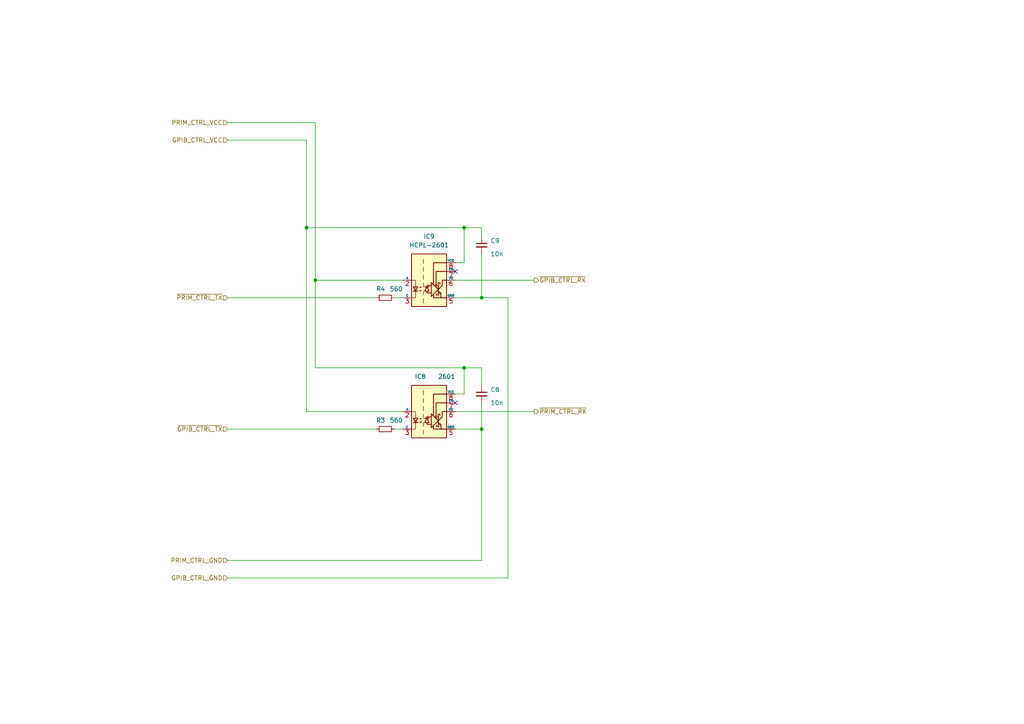
<source format=kicad_sch>
(kicad_sch (version 20211123) (generator eeschema)
  (paper "A4")
  (lib_symbols
    (symbol "Device:C_Small" (pin_numbers hide) (pin_names (offset 0.254) hide)
      (property "Reference" "C" (at 0.254 1.778 0))
      (property "Value" "C_Small" (at 0.254 -2.032 0))
      (symbol "C_Small_0_1"
        (polyline (pts (xy -1.524 -0.508) (xy 1.524 -0.508)) (stroke (width 0.3302)))
        (polyline (pts (xy -1.524 0.508) (xy 1.524 0.508)) (stroke (width 0.3048)))
      )
      (symbol "C_Small_1_1"
        (pin passive line (at 0 2.54 270) (length 2.032) (name "~") (number "1"))
        (pin passive line (at 0 -2.54 90) (length 2.032) (name "~") (number "2"))
      )
    )
    (symbol "Device:R_Small" (pin_numbers hide) (pin_names (offset 0.254) hide)
      (property "Reference" "R" (at 0.762 0.508 0))
      (property "Value" "R_Small" (at 0.762 -1.016 0))
      (symbol "R_Small_0_1"
        (rectangle (start -0.762 1.778) (end 0.762 -1.778) (stroke (width 0.2032)))
      )
      (symbol "R_Small_1_1"
        (pin passive line (at 0 2.54 270) (length 0.762) (name "~") (number "1"))
        (pin passive line (at 0 -2.54 90) (length 0.762) (name "~") (number "2"))
      )
    )
    (symbol "Isolator:HCPL-2601" (pin_names (offset 0))
      (property "Reference" "U" (at -4.064 8.89 0))
      (property "Value" "HCPL-2601" (at 0 -8.89 0))
      (symbol "HCPL-2601_0_1"
        (polyline (pts (xy 2.667 -3.556) (xy 2.667 -1.651)) (stroke (width 0.254)))
        (polyline (pts (xy 2.667 -2.159) (xy 2.667 -2.921)) (stroke (width 0.254)))
        (polyline (pts (xy 3.429 -3.937) (xy 3.429 -5.08)) (stroke (width 0.254)))
        (polyline (pts (xy -0.635 -3.302) (xy -0.635 -3.683) (xy 0.635 -3.683)) (stroke (width 0.254)))
        (polyline (pts (xy -0.635 -1.905) (xy -0.635 -1.524) (xy 0.508 -1.524)) (stroke (width 0.254)))
        (polyline (pts (xy 1.27 -4.064) (xy 1.27 -5.08) (xy 5.08 -5.08)) (stroke (width 0.254)))
        (polyline (pts (xy 1.27 -1.27) (xy 1.27 5.08) (xy 5.08 5.08)) (stroke (width 0.254)))
        (polyline (pts (xy 2.032 -1.27) (xy 2.032 2.54) (xy 5.08 2.54)) (stroke (width 0.254)))
        (polyline (pts (xy -5.08 -5.08) (xy -3.937 -5.08) (xy -3.937 0) (xy -5.08 0)))
        (polyline (pts (xy 2.667 -3.302) (xy 2.667 -4.318) (xy 2.159 -4.318) (xy 2.159 -3.937)) (stroke (width 0.254)))
        (polyline (pts (xy 2.667 -2.667) (xy 0.635 -4.699) (xy 0.635 -0.635) (xy 2.667 -2.667)) (stroke (width 0.254)))
        (polyline (pts (xy 2.667 -1.778) (xy 2.667 -0.762) (xy 3.175 -0.762) (xy 3.175 -1.143)) (stroke (width 0.254)))
        (polyline (pts (xy 2.794 -2.54) (xy 3.81 -1.524) (xy 3.81 0) (xy 5.08 0)) (stroke (width 0.254)))
        (polyline (pts (xy 2.667 -3.175) (xy 3.429 -3.937) (xy 3.302 -3.556) (xy 3.048 -3.81) (xy 3.429 -3.937)) (stroke (width 0.254)))
        (circle (center 2.032 -1.524) (radius 0.254) (stroke (width 0.254)))
      )
      (symbol "HCPL-2601_1_1"
        (rectangle (start -5.08 7.62) (end 5.08 -7.62) (stroke (width 0.254)) (fill (type background)))
        (polyline (pts (xy -4.572 -3.175) (xy -3.302 -3.175)) (stroke (width 0.254)))
        (polyline (pts (xy -1.651 -5.334) (xy -1.651 -6.604)))
        (polyline (pts (xy -1.651 -3.048) (xy -1.651 -4.318)))
        (polyline (pts (xy -1.651 -0.762) (xy -1.651 -2.032)))
        (polyline (pts (xy -1.651 1.524) (xy -1.651 0.254)))
        (polyline (pts (xy -1.651 3.81) (xy -1.651 2.54)))
        (polyline (pts (xy -1.651 6.096) (xy -1.651 4.826)))
        (polyline (pts (xy -1.27 -1.905) (xy 0 -1.905)) (stroke (width 0.254)))
        (polyline (pts (xy -3.937 -3.175) (xy -4.572 -1.905) (xy -3.302 -1.905) (xy -3.937 -3.175)) (stroke (width 0.254)))
        (polyline (pts (xy -0.635 -1.905) (xy -1.27 -3.175) (xy 0 -3.175) (xy -0.635 -1.905)) (stroke (width 0.254)))
        (polyline (pts (xy -2.921 -3.048) (xy -2.159 -3.048) (xy -2.54 -3.175) (xy -2.54 -2.921) (xy -2.159 -3.048)) (stroke (width 0.127)))
        (polyline (pts (xy -2.921 -2.032) (xy -2.159 -2.032) (xy -2.54 -2.159) (xy -2.54 -1.905) (xy -2.159 -2.032)) (stroke (width 0.127)))
        (pin no_connect line (at -5.08 5.08 0) (length 2.54) hide (name "NC") (number "1"))
        (pin passive line (at -7.62 0 0) (length 2.54) (name "A") (number "2"))
        (pin passive line (at -7.62 -5.08 0) (length 2.54) (name "C") (number "3"))
        (pin power_in line (at 7.62 -5.08 180) (length 2.54) (name "GND") (number "5"))
        (pin open_collector line (at 7.62 0 180) (length 2.54) (name "VO") (number "6"))
        (pin input line (at 7.62 2.54 180) (length 2.54) (name "EN") (number "7"))
        (pin power_in line (at 7.62 5.08 180) (length 2.54) (name "VCC") (number "8"))
      )
    )
  )
  (junction (at 88.9 66.04))
  (junction (at 139.7 124.46))
  (junction (at 139.7 86.36))
  (junction (at 134.62 106.68))
  (junction (at 134.62 66.04))
  (junction (at 91.44 81.28))
  (no_connect (at 132.08 116.84))
  (no_connect (at 132.08 78.74))
  (wire (pts (xy 134.62 106.68) (xy 139.7 106.68)))
  (wire (pts (xy 114.3 124.46) (xy 116.84 124.46)))
  (wire (pts (xy 134.62 66.04) (xy 134.62 76.2)))
  (wire (pts (xy 66.04 162.56) (xy 139.7 162.56)))
  (wire (pts (xy 116.84 81.28) (xy 91.44 81.28)))
  (wire (pts (xy 88.9 66.04) (xy 88.9 119.38)))
  (wire (pts (xy 109.22 86.36) (xy 66.04 86.36)))
  (wire (pts (xy 132.08 81.28) (xy 154.94 81.28)))
  (wire (pts (xy 132.08 124.46) (xy 139.7 124.46)))
  (wire (pts (xy 139.7 162.56) (xy 139.7 124.46)))
  (wire (pts (xy 139.7 73.66) (xy 139.7 86.36)))
  (wire (pts (xy 66.04 35.56) (xy 91.44 35.56)))
  (wire (pts (xy 132.08 86.36) (xy 139.7 86.36)))
  (wire (pts (xy 132.08 119.38) (xy 154.94 119.38)))
  (wire (pts (xy 66.04 40.64) (xy 88.9 40.64)))
  (wire (pts (xy 134.62 106.68) (xy 134.62 114.3)))
  (wire (pts (xy 139.7 68.58) (xy 139.7 66.04)))
  (wire (pts (xy 88.9 40.64) (xy 88.9 66.04)))
  (wire (pts (xy 91.44 106.68) (xy 134.62 106.68)))
  (wire (pts (xy 139.7 116.84) (xy 139.7 124.46)))
  (wire (pts (xy 116.84 119.38) (xy 88.9 119.38)))
  (wire (pts (xy 66.04 167.64) (xy 147.32 167.64)))
  (wire (pts (xy 66.04 124.46) (xy 109.22 124.46)))
  (wire (pts (xy 132.08 114.3) (xy 134.62 114.3)))
  (wire (pts (xy 147.32 86.36) (xy 147.32 167.64)))
  (wire (pts (xy 132.08 76.2) (xy 134.62 76.2)))
  (wire (pts (xy 91.44 81.28) (xy 91.44 35.56)))
  (wire (pts (xy 91.44 81.28) (xy 91.44 106.68)))
  (wire (pts (xy 139.7 111.76) (xy 139.7 106.68)))
  (wire (pts (xy 88.9 66.04) (xy 134.62 66.04)))
  (wire (pts (xy 134.62 66.04) (xy 139.7 66.04)))
  (wire (pts (xy 114.3 86.36) (xy 116.84 86.36)))
  (wire (pts (xy 139.7 86.36) (xy 147.32 86.36)))
  (hierarchical_label "GPIB_CTRL_GND" (shape input) (at 66.04 167.64 180))
  (hierarchical_label "PRIM_CTRL_VCC" (shape input) (at 66.04 35.56 180))
  (hierarchical_label "GPIB_CTRL_VCC" (shape input) (at 66.04 40.64 180))
  (hierarchical_label "~{PRIM_CTRL_TX}" (shape input) (at 66.04 86.36 180))
  (hierarchical_label "~{GPIB_CTRL_TX}" (shape input) (at 66.04 124.46 180))
  (hierarchical_label "~{PRIM_CTRL_RX}" (shape output) (at 154.94 119.38 0))
  (hierarchical_label "PRIM_CTRL_GND" (shape input) (at 66.04 162.56 180))
  (hierarchical_label "~{GPIB_CTRL_RX}" (shape output) (at 154.94 81.28 0))
  (symbol (lib_id "Isolator:HCPL-2601") (at 124.46 119.38 0) (unit 1)
    (property "Reference" "IC8" (at 121.92 109.22 0))
    (property "Value" "2601" (at 129.54 109.22 0))
    (property "Footprint" "Package_DIP:DIP-8_W7.62mm" (effects hide))
    (property "Datasheet" "https://docs.broadcom.com/docs/AV02-0940EN" (effects hide))
  )
  (symbol (lib_id "Device:C_Small") (at 139.7 71.12 0) (unit 1)
    (property "Reference" "C9" (at 142.24 69.8562 0) (effects (justify left)))
    (property "Value" "10n" (at 142.24 73.66 0) (effects (justify left)))
  )
  (symbol (lib_id "Device:R_Small") (at 111.76 124.46 90) (unit 1)
    (property "Reference" "R3" (at 111.76 121.92 90) (effects (justify left)))
    (property "Value" "560" (at 116.84 121.92 90) (effects (justify left)))
  )
  (symbol (lib_id "Device:C_Small") (at 139.7 114.3 0) (unit 1)
    (property "Reference" "C8" (at 142.24 113.0362 0) (effects (justify left)))
    (property "Value" "10n" (at 142.24 116.84 0) (effects (justify left)))
  )
  (symbol (lib_id "Device:R_Small") (at 111.76 86.36 90) (unit 1)
    (property "Reference" "R4" (at 111.76 83.82 90) (effects (justify left)))
    (property "Value" "560" (at 116.84 83.82 90) (effects (justify left)))
  )
  (symbol (lib_id "Isolator:HCPL-2601") (at 124.46 81.28 0) (unit 1)
    (property "Reference" "IC9" (at 124.46 68.58 0))
    (property "Value" "HCPL-2601" (at 124.46 71.12 0))
    (property "Footprint" "Package_DIP:DIP-8_W7.62mm" (effects hide))
    (property "Datasheet" "https://docs.broadcom.com/docs/AV02-0940EN" (effects hide))
  )
)
</source>
